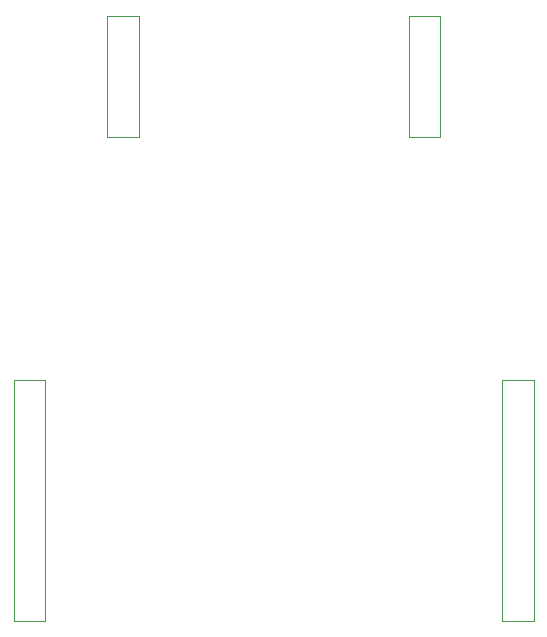
<source format=gbr>
%TF.GenerationSoftware,KiCad,Pcbnew,(6.0.1-0)*%
%TF.CreationDate,2024-02-14T14:00:18+01:00*%
%TF.ProjectId,dcload-control-board,64636c6f-6164-42d6-936f-6e74726f6c2d,rev?*%
%TF.SameCoordinates,Original*%
%TF.FileFunction,Legend,Bot*%
%TF.FilePolarity,Positive*%
%FSLAX46Y46*%
G04 Gerber Fmt 4.6, Leading zero omitted, Abs format (unit mm)*
G04 Created by KiCad (PCBNEW (6.0.1-0)) date 2024-02-14 14:00:18*
%MOMM*%
%LPD*%
G01*
G04 APERTURE LIST*
%ADD10C,0.120000*%
G04 APERTURE END LIST*
D10*
%TO.C,J101*%
X127990000Y-85670000D02*
X127990000Y-106110000D01*
X130650000Y-85670000D02*
X127990000Y-85670000D01*
X130650000Y-106110000D02*
X127990000Y-106110000D01*
X130650000Y-85670000D02*
X130650000Y-106110000D01*
%TO.C,J100*%
X172010000Y-106110000D02*
X169350000Y-106110000D01*
X172010000Y-85670000D02*
X169350000Y-85670000D01*
X172010000Y-85670000D02*
X172010000Y-106110000D01*
X169350000Y-85670000D02*
X169350000Y-106110000D01*
%TO.C,J500*%
X138560000Y-54860000D02*
X138560000Y-65140000D01*
X138560000Y-65140000D02*
X135900000Y-65140000D01*
X135900000Y-54860000D02*
X138560000Y-54860000D01*
X135900000Y-65140000D02*
X135900000Y-54860000D01*
%TO.C,J501*%
X161440000Y-54860000D02*
X164100000Y-54860000D01*
X164100000Y-54860000D02*
X164100000Y-65140000D01*
X161440000Y-65140000D02*
X161440000Y-54860000D01*
X164100000Y-65140000D02*
X161440000Y-65140000D01*
%TD*%
M02*

</source>
